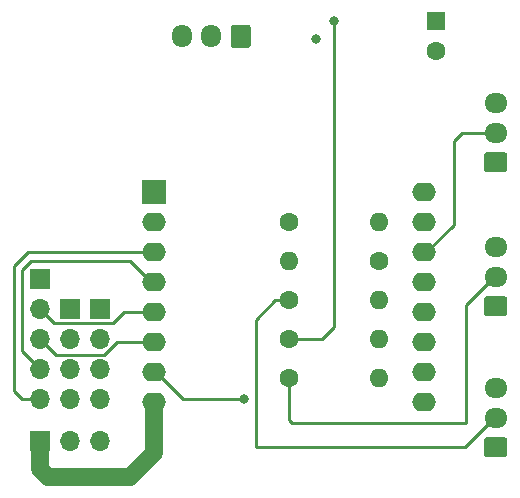
<source format=gbl>
G04 #@! TF.GenerationSoftware,KiCad,Pcbnew,5.1.4-e60b266~84~ubuntu18.04.1*
G04 #@! TF.CreationDate,2019-09-03T20:05:05+02:00*
G04 #@! TF.ProjectId,multisensor,6d756c74-6973-4656-9e73-6f722e6b6963,rev?*
G04 #@! TF.SameCoordinates,Original*
G04 #@! TF.FileFunction,Copper,L2,Bot*
G04 #@! TF.FilePolarity,Positive*
%FSLAX46Y46*%
G04 Gerber Fmt 4.6, Leading zero omitted, Abs format (unit mm)*
G04 Created by KiCad (PCBNEW 5.1.4-e60b266~84~ubuntu18.04.1) date 2019-09-03 20:05:05*
%MOMM*%
%LPD*%
G04 APERTURE LIST*
%ADD10R,1.600000X1.600000*%
%ADD11C,1.600000*%
%ADD12O,1.700000X1.950000*%
%ADD13C,0.100000*%
%ADD14C,1.700000*%
%ADD15O,1.950000X1.700000*%
%ADD16R,1.700000X1.700000*%
%ADD17O,1.700000X1.700000*%
%ADD18O,1.600000X1.600000*%
%ADD19O,2.000000X1.600000*%
%ADD20R,2.000000X2.000000*%
%ADD21C,0.800000*%
%ADD22C,0.250000*%
%ADD23C,1.500000*%
G04 APERTURE END LIST*
D10*
X77216000Y-35052000D03*
D11*
X77216000Y-37552000D03*
D12*
X55706000Y-36322000D03*
X58206000Y-36322000D03*
D13*
G36*
X61330504Y-35348204D02*
G01*
X61354773Y-35351804D01*
X61378571Y-35357765D01*
X61401671Y-35366030D01*
X61423849Y-35376520D01*
X61444893Y-35389133D01*
X61464598Y-35403747D01*
X61482777Y-35420223D01*
X61499253Y-35438402D01*
X61513867Y-35458107D01*
X61526480Y-35479151D01*
X61536970Y-35501329D01*
X61545235Y-35524429D01*
X61551196Y-35548227D01*
X61554796Y-35572496D01*
X61556000Y-35597000D01*
X61556000Y-37047000D01*
X61554796Y-37071504D01*
X61551196Y-37095773D01*
X61545235Y-37119571D01*
X61536970Y-37142671D01*
X61526480Y-37164849D01*
X61513867Y-37185893D01*
X61499253Y-37205598D01*
X61482777Y-37223777D01*
X61464598Y-37240253D01*
X61444893Y-37254867D01*
X61423849Y-37267480D01*
X61401671Y-37277970D01*
X61378571Y-37286235D01*
X61354773Y-37292196D01*
X61330504Y-37295796D01*
X61306000Y-37297000D01*
X60106000Y-37297000D01*
X60081496Y-37295796D01*
X60057227Y-37292196D01*
X60033429Y-37286235D01*
X60010329Y-37277970D01*
X59988151Y-37267480D01*
X59967107Y-37254867D01*
X59947402Y-37240253D01*
X59929223Y-37223777D01*
X59912747Y-37205598D01*
X59898133Y-37185893D01*
X59885520Y-37164849D01*
X59875030Y-37142671D01*
X59866765Y-37119571D01*
X59860804Y-37095773D01*
X59857204Y-37071504D01*
X59856000Y-37047000D01*
X59856000Y-35597000D01*
X59857204Y-35572496D01*
X59860804Y-35548227D01*
X59866765Y-35524429D01*
X59875030Y-35501329D01*
X59885520Y-35479151D01*
X59898133Y-35458107D01*
X59912747Y-35438402D01*
X59929223Y-35420223D01*
X59947402Y-35403747D01*
X59967107Y-35389133D01*
X59988151Y-35376520D01*
X60010329Y-35366030D01*
X60033429Y-35357765D01*
X60057227Y-35351804D01*
X60081496Y-35348204D01*
X60106000Y-35347000D01*
X61306000Y-35347000D01*
X61330504Y-35348204D01*
X61330504Y-35348204D01*
G37*
D14*
X60706000Y-36322000D03*
D15*
X82296000Y-54182000D03*
X82296000Y-56682000D03*
D13*
G36*
X83045504Y-58333204D02*
G01*
X83069773Y-58336804D01*
X83093571Y-58342765D01*
X83116671Y-58351030D01*
X83138849Y-58361520D01*
X83159893Y-58374133D01*
X83179598Y-58388747D01*
X83197777Y-58405223D01*
X83214253Y-58423402D01*
X83228867Y-58443107D01*
X83241480Y-58464151D01*
X83251970Y-58486329D01*
X83260235Y-58509429D01*
X83266196Y-58533227D01*
X83269796Y-58557496D01*
X83271000Y-58582000D01*
X83271000Y-59782000D01*
X83269796Y-59806504D01*
X83266196Y-59830773D01*
X83260235Y-59854571D01*
X83251970Y-59877671D01*
X83241480Y-59899849D01*
X83228867Y-59920893D01*
X83214253Y-59940598D01*
X83197777Y-59958777D01*
X83179598Y-59975253D01*
X83159893Y-59989867D01*
X83138849Y-60002480D01*
X83116671Y-60012970D01*
X83093571Y-60021235D01*
X83069773Y-60027196D01*
X83045504Y-60030796D01*
X83021000Y-60032000D01*
X81571000Y-60032000D01*
X81546496Y-60030796D01*
X81522227Y-60027196D01*
X81498429Y-60021235D01*
X81475329Y-60012970D01*
X81453151Y-60002480D01*
X81432107Y-59989867D01*
X81412402Y-59975253D01*
X81394223Y-59958777D01*
X81377747Y-59940598D01*
X81363133Y-59920893D01*
X81350520Y-59899849D01*
X81340030Y-59877671D01*
X81331765Y-59854571D01*
X81325804Y-59830773D01*
X81322204Y-59806504D01*
X81321000Y-59782000D01*
X81321000Y-58582000D01*
X81322204Y-58557496D01*
X81325804Y-58533227D01*
X81331765Y-58509429D01*
X81340030Y-58486329D01*
X81350520Y-58464151D01*
X81363133Y-58443107D01*
X81377747Y-58423402D01*
X81394223Y-58405223D01*
X81412402Y-58388747D01*
X81432107Y-58374133D01*
X81453151Y-58361520D01*
X81475329Y-58351030D01*
X81498429Y-58342765D01*
X81522227Y-58336804D01*
X81546496Y-58333204D01*
X81571000Y-58332000D01*
X83021000Y-58332000D01*
X83045504Y-58333204D01*
X83045504Y-58333204D01*
G37*
D14*
X82296000Y-59182000D03*
D16*
X46228000Y-59436000D03*
D17*
X46228000Y-61976000D03*
X46228000Y-64516000D03*
X46228000Y-67056000D03*
D16*
X43688000Y-70612000D03*
D17*
X46228000Y-70612000D03*
X48768000Y-70612000D03*
X48768000Y-67056000D03*
X48768000Y-64516000D03*
X48768000Y-61976000D03*
D16*
X48768000Y-59436000D03*
D13*
G36*
X83045504Y-70271204D02*
G01*
X83069773Y-70274804D01*
X83093571Y-70280765D01*
X83116671Y-70289030D01*
X83138849Y-70299520D01*
X83159893Y-70312133D01*
X83179598Y-70326747D01*
X83197777Y-70343223D01*
X83214253Y-70361402D01*
X83228867Y-70381107D01*
X83241480Y-70402151D01*
X83251970Y-70424329D01*
X83260235Y-70447429D01*
X83266196Y-70471227D01*
X83269796Y-70495496D01*
X83271000Y-70520000D01*
X83271000Y-71720000D01*
X83269796Y-71744504D01*
X83266196Y-71768773D01*
X83260235Y-71792571D01*
X83251970Y-71815671D01*
X83241480Y-71837849D01*
X83228867Y-71858893D01*
X83214253Y-71878598D01*
X83197777Y-71896777D01*
X83179598Y-71913253D01*
X83159893Y-71927867D01*
X83138849Y-71940480D01*
X83116671Y-71950970D01*
X83093571Y-71959235D01*
X83069773Y-71965196D01*
X83045504Y-71968796D01*
X83021000Y-71970000D01*
X81571000Y-71970000D01*
X81546496Y-71968796D01*
X81522227Y-71965196D01*
X81498429Y-71959235D01*
X81475329Y-71950970D01*
X81453151Y-71940480D01*
X81432107Y-71927867D01*
X81412402Y-71913253D01*
X81394223Y-71896777D01*
X81377747Y-71878598D01*
X81363133Y-71858893D01*
X81350520Y-71837849D01*
X81340030Y-71815671D01*
X81331765Y-71792571D01*
X81325804Y-71768773D01*
X81322204Y-71744504D01*
X81321000Y-71720000D01*
X81321000Y-70520000D01*
X81322204Y-70495496D01*
X81325804Y-70471227D01*
X81331765Y-70447429D01*
X81340030Y-70424329D01*
X81350520Y-70402151D01*
X81363133Y-70381107D01*
X81377747Y-70361402D01*
X81394223Y-70343223D01*
X81412402Y-70326747D01*
X81432107Y-70312133D01*
X81453151Y-70299520D01*
X81475329Y-70289030D01*
X81498429Y-70280765D01*
X81522227Y-70274804D01*
X81546496Y-70271204D01*
X81571000Y-70270000D01*
X83021000Y-70270000D01*
X83045504Y-70271204D01*
X83045504Y-70271204D01*
G37*
D14*
X82296000Y-71120000D03*
D15*
X82296000Y-68620000D03*
X82296000Y-66120000D03*
D11*
X64770000Y-61976000D03*
D18*
X72390000Y-61976000D03*
D11*
X64770000Y-58674000D03*
D18*
X72390000Y-58674000D03*
X72390000Y-65278000D03*
D11*
X64770000Y-65278000D03*
D18*
X64770000Y-55372000D03*
D11*
X72390000Y-55372000D03*
X64770000Y-52070000D03*
D18*
X72390000Y-52070000D03*
D13*
G36*
X83045504Y-46141204D02*
G01*
X83069773Y-46144804D01*
X83093571Y-46150765D01*
X83116671Y-46159030D01*
X83138849Y-46169520D01*
X83159893Y-46182133D01*
X83179598Y-46196747D01*
X83197777Y-46213223D01*
X83214253Y-46231402D01*
X83228867Y-46251107D01*
X83241480Y-46272151D01*
X83251970Y-46294329D01*
X83260235Y-46317429D01*
X83266196Y-46341227D01*
X83269796Y-46365496D01*
X83271000Y-46390000D01*
X83271000Y-47590000D01*
X83269796Y-47614504D01*
X83266196Y-47638773D01*
X83260235Y-47662571D01*
X83251970Y-47685671D01*
X83241480Y-47707849D01*
X83228867Y-47728893D01*
X83214253Y-47748598D01*
X83197777Y-47766777D01*
X83179598Y-47783253D01*
X83159893Y-47797867D01*
X83138849Y-47810480D01*
X83116671Y-47820970D01*
X83093571Y-47829235D01*
X83069773Y-47835196D01*
X83045504Y-47838796D01*
X83021000Y-47840000D01*
X81571000Y-47840000D01*
X81546496Y-47838796D01*
X81522227Y-47835196D01*
X81498429Y-47829235D01*
X81475329Y-47820970D01*
X81453151Y-47810480D01*
X81432107Y-47797867D01*
X81412402Y-47783253D01*
X81394223Y-47766777D01*
X81377747Y-47748598D01*
X81363133Y-47728893D01*
X81350520Y-47707849D01*
X81340030Y-47685671D01*
X81331765Y-47662571D01*
X81325804Y-47638773D01*
X81322204Y-47614504D01*
X81321000Y-47590000D01*
X81321000Y-46390000D01*
X81322204Y-46365496D01*
X81325804Y-46341227D01*
X81331765Y-46317429D01*
X81340030Y-46294329D01*
X81350520Y-46272151D01*
X81363133Y-46251107D01*
X81377747Y-46231402D01*
X81394223Y-46213223D01*
X81412402Y-46196747D01*
X81432107Y-46182133D01*
X81453151Y-46169520D01*
X81475329Y-46159030D01*
X81498429Y-46150765D01*
X81522227Y-46144804D01*
X81546496Y-46141204D01*
X81571000Y-46140000D01*
X83021000Y-46140000D01*
X83045504Y-46141204D01*
X83045504Y-46141204D01*
G37*
D14*
X82296000Y-46990000D03*
D15*
X82296000Y-44490000D03*
X82296000Y-41990000D03*
D19*
X76200000Y-49530000D03*
X76200000Y-52070000D03*
X76200000Y-54610000D03*
X76200000Y-57150000D03*
X76200000Y-59690000D03*
X76200000Y-62230000D03*
X76200000Y-64770000D03*
X76200000Y-67310000D03*
X53340000Y-67310000D03*
X53340000Y-64770000D03*
X53340000Y-62230000D03*
X53340000Y-59690000D03*
X53340000Y-57150000D03*
X53340000Y-54610000D03*
D20*
X53340000Y-49530000D03*
D19*
X53340000Y-52070000D03*
D16*
X43688000Y-56896000D03*
D17*
X43688000Y-59436000D03*
X43688000Y-61976000D03*
X43688000Y-64516000D03*
X43688000Y-67056000D03*
D21*
X67056000Y-36576000D03*
X68580000Y-35052000D03*
X60960000Y-67056000D03*
D22*
X65024000Y-51816000D02*
X64770000Y-52070000D01*
D23*
X53340000Y-67310000D02*
X53340000Y-71628000D01*
X53340000Y-71628000D02*
X51308000Y-73660000D01*
X43688000Y-72962000D02*
X43688000Y-70612000D01*
X44386000Y-73660000D02*
X43688000Y-72962000D01*
X51308000Y-73660000D02*
X44386000Y-73660000D01*
D22*
X44537999Y-60285999D02*
X43688000Y-59436000D01*
X44863001Y-60611001D02*
X44537999Y-60285999D01*
X49878001Y-60611001D02*
X44863001Y-60611001D01*
X50799002Y-59690000D02*
X49878001Y-60611001D01*
X53340000Y-59690000D02*
X50799002Y-59690000D01*
X45052999Y-63340999D02*
X44537999Y-62825999D01*
X44537999Y-62825999D02*
X43688000Y-61976000D01*
X49142003Y-63340999D02*
X45052999Y-63340999D01*
X50253002Y-62230000D02*
X49142003Y-63340999D01*
X53340000Y-62230000D02*
X50253002Y-62230000D01*
X42926998Y-55372000D02*
X42164000Y-56134998D01*
X51362000Y-55372000D02*
X42926998Y-55372000D01*
X53340000Y-57150000D02*
X53140000Y-57150000D01*
X53140000Y-57150000D02*
X51362000Y-55372000D01*
X42164000Y-62992000D02*
X43688000Y-64516000D01*
X42164000Y-56134998D02*
X42164000Y-62992000D01*
X64770000Y-68834000D02*
X64770000Y-65278000D01*
X65024000Y-69088000D02*
X64770000Y-68834000D01*
X79756000Y-59097000D02*
X79756000Y-69088000D01*
X82296000Y-56682000D02*
X82171000Y-56682000D01*
X79756000Y-69088000D02*
X65024000Y-69088000D01*
X82171000Y-56682000D02*
X79756000Y-59097000D01*
X67564000Y-61976000D02*
X64770000Y-61976000D01*
X68580000Y-60960000D02*
X67564000Y-61976000D01*
X68580000Y-38100000D02*
X68580000Y-35052000D01*
X68580000Y-38100000D02*
X68580000Y-38100000D01*
X68580000Y-38100000D02*
X68580000Y-60960000D01*
X68580000Y-38100000D02*
X68580000Y-38100000D01*
X63638630Y-58674000D02*
X61976000Y-60336630D01*
X61976000Y-60336630D02*
X61976000Y-71120000D01*
X64770000Y-58674000D02*
X63638630Y-58674000D01*
X64516000Y-71120000D02*
X61976000Y-71120000D01*
X64008000Y-71120000D02*
X64516000Y-71120000D01*
X82171000Y-68620000D02*
X82296000Y-68620000D01*
X79671000Y-71120000D02*
X82171000Y-68620000D01*
X64516000Y-71120000D02*
X79671000Y-71120000D01*
X53540000Y-64770000D02*
X55826000Y-67056000D01*
X53340000Y-64770000D02*
X53540000Y-64770000D01*
X55826000Y-67056000D02*
X60960000Y-67056000D01*
X78740000Y-45212000D02*
X79462000Y-44490000D01*
X78740000Y-52270000D02*
X78740000Y-45212000D01*
X76200000Y-54610000D02*
X76400000Y-54610000D01*
X79462000Y-44490000D02*
X82296000Y-44490000D01*
X76400000Y-54610000D02*
X78740000Y-52270000D01*
X42672998Y-54610000D02*
X41496999Y-55785999D01*
X53340000Y-54610000D02*
X42672998Y-54610000D01*
X41496999Y-65691001D02*
X41496999Y-66388999D01*
X41496999Y-65691001D02*
X41496999Y-65880999D01*
X41496999Y-55785999D02*
X41496999Y-65691001D01*
X42164000Y-67056000D02*
X43688000Y-67056000D01*
X41496999Y-66388999D02*
X42164000Y-67056000D01*
M02*

</source>
